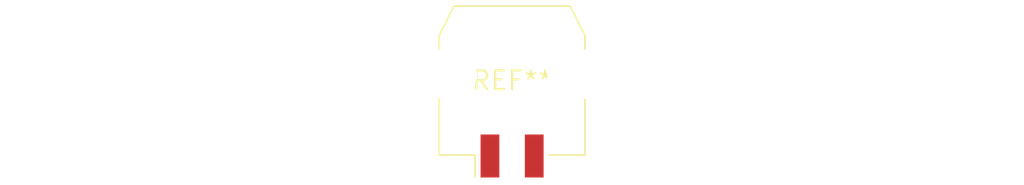
<source format=kicad_pcb>
(kicad_pcb (version 20240108) (generator pcbnew)
  (layers (0 "F.Cu" signal) (31 "B.Cu" signal) (34 "B.Paste" user) (35 "F.Paste" user) (36 "B.SilkS" user "B.Silkscreen") (37 "F.SilkS" user "F.Silkscreen") (38 "B.Mask" user) (39 "F.Mask" user) (44 "Edge.Cuts" user))
  (net 0 "")
  (footprint "Molex_Micro-Fit_3.0_43650-0210_1x02-1MP_P3.00mm_Horizontal_PnP" (layer "F.Cu") (at 0 0)
    (property "Reference" "REF**")
    (property "Value" "Molex_Micro-Fit_3.0_43650-0210_1x02-1MP_P3.00mm_Horizontal_PnP")
    (fp_line (start -4.935 -3.06) (end -4.935 -2.14) (layer "F.SilkS") (stroke (width 0.12)))
    (fp_line (start -4.935 1.29) (end -4.935 5.06) (layer "F.SilkS") (stroke (width 0.12)))
    (fp_line (start -4.935 5.06) (end -2.505 5.06) (layer "F.SilkS") (stroke (width 0.12)))
    (fp_line (start -3.935 -5.06) (end -4.935 -3.06) (layer "F.SilkS") (stroke (width 0.12)))
    (fp_line (start -2.505 5.06) (end -2.505 6.52) (layer "F.SilkS") (stroke (width 0.12)))
    (fp_line (start 0 -5.06) (end -3.935 -5.06) (layer "F.SilkS") (stroke (width 0.12)))
    (fp_line (start 0 -5.06) (end 3.935 -5.06) (layer "F.SilkS") (stroke (width 0.12)))
    (fp_line (start 3.935 -5.06) (end 4.935 -3.06) (layer "F.SilkS") (stroke (width 0.12)))
    (fp_line (start 4.935 -3.06) (end 4.935 -2.14) (layer "F.SilkS") (stroke (width 0.12)))
    (fp_line (start 4.935 1.29) (end 4.935 5.06) (layer "F.SilkS") (stroke (width 0.12)))
    (fp_line (start 4.935 5.06) (end 2.505 5.06) (layer "F.SilkS") (stroke (width 0.12)))
    (pad "1" smd rect (at -1.5 5.12) (size 1.27 2.92) (layers "F.Cu" "F.Paste" "F.Mask"))
    (pad "2" smd rect (at 1.5 5.12) (size 1.27 2.92) (layers "F.Cu" "F.Paste" "F.Mask"))
    (pad "MP" thru_hole circle (at -3.65 -0.35) (size 2.84 2.84) (drill 2.54) (layers *.Cu *.Mask) (remove_unused_layers))
    (pad "MP" thru_hole circle (at 3.65 -0.35) (size 2.84 2.84) (drill 2.54) (layers *.Cu *.Mask) (remove_unused_layers))
  )
)
</source>
